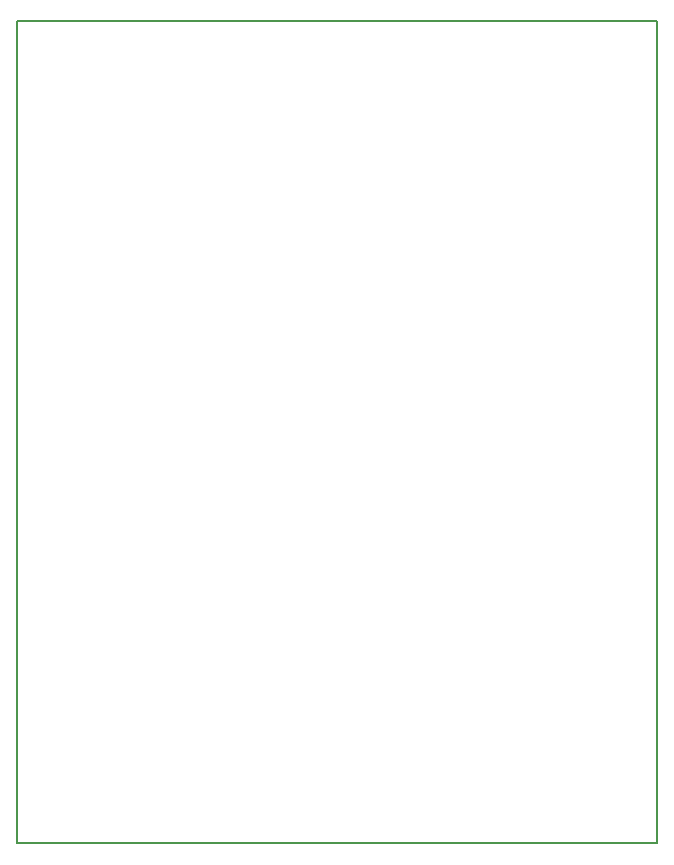
<source format=gm1>
G04 MADE WITH FRITZING*
G04 WWW.FRITZING.ORG*
G04 DOUBLE SIDED*
G04 HOLES PLATED*
G04 CONTOUR ON CENTER OF CONTOUR VECTOR*
%ASAXBY*%
%FSLAX23Y23*%
%MOIN*%
%OFA0B0*%
%SFA1.0B1.0*%
%ADD10R,2.140090X2.747570*%
%ADD11C,0.008000*%
%ADD10C,0.008*%
%LNCONTOUR*%
G90*
G70*
G54D10*
G54D11*
X4Y2744D02*
X2136Y2744D01*
X2136Y4D01*
X4Y4D01*
X4Y2744D01*
D02*
G04 End of contour*
M02*
</source>
